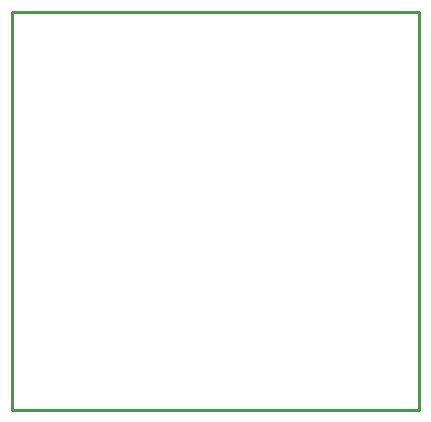
<source format=gbr>
G04 EAGLE Gerber RS-274X export*
G75*
%MOMM*%
%FSLAX34Y34*%
%LPD*%
%IN*%
%IPPOS*%
%AMOC8*
5,1,8,0,0,1.08239X$1,22.5*%
G01*
%ADD10C,0.254000*%


D10*
X0Y0D02*
X345000Y0D01*
X345000Y337500D01*
X0Y337500D01*
X0Y0D01*
M02*

</source>
